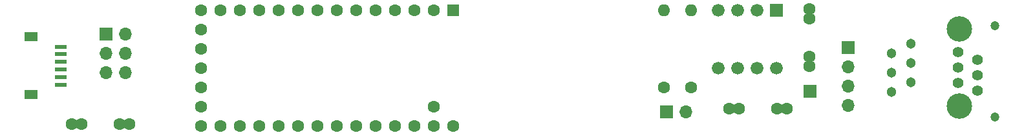
<source format=gbr>
G04 #@! TF.GenerationSoftware,KiCad,Pcbnew,7.0.10*
G04 #@! TF.CreationDate,2024-02-21T13:57:35+01:00*
G04 #@! TF.ProjectId,DNMS,444e4d53-2e6b-4696-9361-645f70636258,V1.6*
G04 #@! TF.SameCoordinates,Original*
G04 #@! TF.FileFunction,Soldermask,Bot*
G04 #@! TF.FilePolarity,Negative*
%FSLAX46Y46*%
G04 Gerber Fmt 4.6, Leading zero omitted, Abs format (unit mm)*
G04 Created by KiCad (PCBNEW 7.0.10) date 2024-02-21 13:57:35*
%MOMM*%
%LPD*%
G01*
G04 APERTURE LIST*
%ADD10C,1.676400*%
%ADD11R,1.676400X1.676400*%
%ADD12C,1.200000*%
%ADD13C,1.400000*%
%ADD14C,3.350000*%
%ADD15C,1.303000*%
%ADD16C,1.600000*%
%ADD17R,1.700000X1.700000*%
%ADD18O,1.700000X1.700000*%
%ADD19O,1.600000X1.600000*%
%ADD20R,1.600000X1.600000*%
%ADD21R,1.550000X0.600000*%
%ADD22R,1.800000X1.200000*%
G04 APERTURE END LIST*
D10*
X154586000Y-84428000D03*
X152046000Y-84428000D03*
X149506000Y-84428000D03*
X146966000Y-84428000D03*
X146966000Y-76808000D03*
X149506000Y-76808000D03*
X152046000Y-76808000D03*
D11*
X154586000Y-76808000D03*
D12*
X183202480Y-78912200D03*
X183202480Y-90912200D03*
D13*
X180902480Y-87462200D03*
X178362480Y-86442200D03*
X180902480Y-85422200D03*
X178362480Y-84402200D03*
X180902480Y-83382200D03*
X178362480Y-82362200D03*
D14*
X178526440Y-89473560D03*
X178526440Y-79313560D03*
D15*
X169636440Y-87568560D03*
X172176440Y-86298560D03*
X169636440Y-85028560D03*
X172176440Y-83758560D03*
X169636440Y-82488560D03*
X172176440Y-81218560D03*
D16*
X158927800Y-84210400D03*
X158927800Y-82960400D03*
X158927800Y-77960400D03*
X158927800Y-76710400D03*
D17*
X140233400Y-90244800D03*
D18*
X142773400Y-90244800D03*
D17*
X164014400Y-81743800D03*
D18*
X164014400Y-84283800D03*
X164014400Y-86823800D03*
X164014400Y-89363800D03*
D16*
X143410000Y-86968000D03*
D19*
X143410000Y-76808000D03*
D16*
X139854000Y-86968000D03*
D19*
X139854000Y-76808000D03*
D16*
X148412200Y-89770200D03*
X149662200Y-89770200D03*
X154662200Y-89770200D03*
X155912200Y-89770200D03*
X69799200Y-91827400D03*
X68549200Y-91827400D03*
X63549200Y-91827400D03*
X62299200Y-91827400D03*
D17*
X66802000Y-80010000D03*
D18*
X69342000Y-80010000D03*
X66802000Y-82550000D03*
X69342000Y-82550000D03*
X66802000Y-85090000D03*
X69342000Y-85090000D03*
D20*
X112242600Y-76809600D03*
D16*
X109702600Y-76809600D03*
X107162600Y-76809600D03*
X104622600Y-76809600D03*
X102082600Y-76809600D03*
X99542600Y-76809600D03*
X97002600Y-76809600D03*
X94462600Y-76809600D03*
X91922600Y-76809600D03*
X89382600Y-76809600D03*
X86842600Y-76809600D03*
X84302600Y-76809600D03*
X81762600Y-76809600D03*
X79222600Y-76809600D03*
X79222600Y-79349600D03*
X79222600Y-81889600D03*
X79222600Y-84429600D03*
X79222600Y-86969600D03*
X79222600Y-89509600D03*
X79222600Y-92049600D03*
X81762600Y-92049600D03*
X84302600Y-92049600D03*
X86842600Y-92049600D03*
X89382600Y-92049600D03*
X91922600Y-92049600D03*
X94462600Y-92049600D03*
X97002600Y-92049600D03*
X99542600Y-92049600D03*
X102082600Y-92049600D03*
X104622600Y-92049600D03*
X107162600Y-92049600D03*
X109702600Y-92049600D03*
X112242600Y-92049600D03*
X109702600Y-89509600D03*
D17*
X159029400Y-87477600D03*
D21*
X60876180Y-86647660D03*
X60876180Y-85647660D03*
X60876180Y-84647660D03*
X60876180Y-83647660D03*
X60876180Y-82647660D03*
X60876180Y-81647660D03*
D22*
X57001180Y-87947660D03*
X57001180Y-80347660D03*
M02*

</source>
